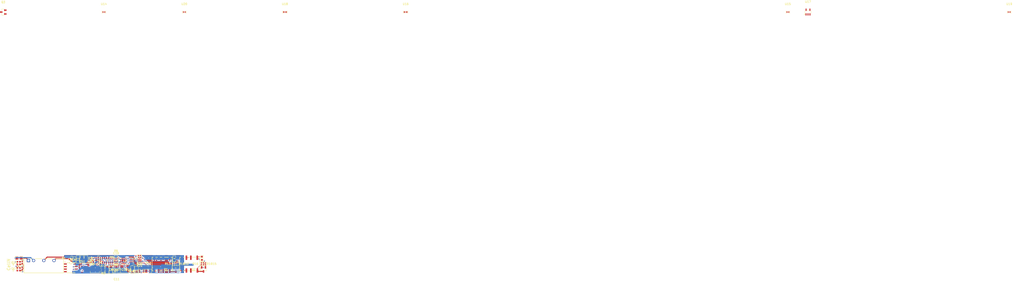
<source format=kicad_pcb>
(kicad_pcb (version 20240108) (generator "pcbnew") (generator_version "8.0")
  (layers (0 "F.Cu" signal) (1 "In1.Cu" signal) (2 "In2.Cu" signal) (31 "B.Cu" signal) (34 "B.Paste" user) (35 "F.Paste" user) (36 "B.SilkS" user "B.Silkscreen") (37 "F.SilkS" user "F.Silkscreen") (38 "B.Mask" user) (39 "F.Mask" user) (44 "Edge.Cuts" user))
  (net 0 "")
  (net 1 "hv-8")
  (net 2 "DNC")
  (net 3 "hv-4")
  (net 4 "gnd-6")
  (net 5 "ldo-EN")
  (net 6 "ldo-out")
  (net 7 "ldo-VOUT")
  (net 8 "buck-out")
  (net 9 "buck-EN")
  (net 10 "VBST")
  (net 11 "SW")
  (net 12 "buck-VOUT")
  (net 13 "dmm_relay.fet.footprint.pins[0].net-net")
  (net 14 "dmm_relay.fet.footprint.pins[2].net-net")
  (net 15 "output_relay-gate")
  (net 16 "output_relay-gnd")
  (net 17 "line-3")
  (net 18 "line-1")
  (net 19 "hv-3")
  (net 20 "gnd-2")
  (net 21 "load_switch-gate")
  (net 22 "drain")
  (net 23 "cathode")
  (net 24 "cathode-1")
  (net 25 "cathode-2")
  (net 27 "dmm_relay-gnd")
  (net 28 "io-3")
  (net 29 "ALERT_slash_RDY")
  (net 30 "hv")
  (net 31 "io-2")
  (net 32 "io-1")
  (net 33 "gnd-1")
  (net 34 "io")
  (net 36 "gnd-4")
  (net 37 "gpio-net-2")
  (net 38 "gpio-net")
  (net 39 "INT")
  (net 40 "gpio-net-3")
  (net 42 "hv-6")
  (net 43 "hv-7")
  (net 45 "p")
  (net 47 "line")
  (net 48 "line-2")
  (net 49 "dmm_relay_enable")
  (net 50 "enable-1")
  (net 53 "input")
  (net 54 "enable")
  (net 55 "output")
  (net 56 "gpio-net-1")
  (net 57 "hv-2")
  (net 58 "internal_ldo-out")
  (net 59 "output_relay.fet.footprint.pins[1].net-net")
  (net 61 "hv-10")
  (net 35 "gnd")
  (net 44 "hv-9")
  (net 52 "load_switch.fet.footprint.pins[0].net-net")
  (net 62 "hv-5")
  (net 63 "load_switch.fet.footprint.pins[2].net-net")
  (net 64 "gnd-3")
  (net 65 "hv-1")
  (net 66 "load_switch.fet.footprint.pins[1].net-net")
  (net 67 "gnd-5")
  (footprint "atopile:C0805-3b2e55" (layer "F.Cu") (at 99.495757 123.043326 -90)
    (property "Reference" "C8")
    (property "Value" "10µF ±10% 25V X5R")
  )
  (footprint "lib:IND-SMD_L4.0-W4.0" (layer "F.Cu") (at 110.589385 122.593326 0)
    (property "Reference" "L2")
    (property "Value" "")
  )
  (footprint "atopile:R0402-56259e" (layer "F.Cu") (at 134.7725 120.153092 -90)
    (property "Reference" "R11")
    (property "Value" "1kΩ ±1% 62.5mW")
  )
  (footprint "atopile:R0402-56259e" (layer "F.Cu") (at 97.381825 119.243719 90)
    (property "Reference" "R5")
    (property "Value" "10kΩ ±1% 62.5mW")
  )
  (footprint "atopile:C0402-b3ef17" (layer "F.Cu") (at 92.666297 118.980787 90)
    (property "Reference" "C5")
    (property "Value" "100nF ±10% 16V X7R")
  )
  (footprint "atopile:R0805-c79e8b" (layer "F.Cu") (at 122.0725 123.793326 0)
    (property "Reference" "R10")
    (property "Value" "100mΩ ±1% 125mW")
  )
  (footprint "atopile:R0402-56259e" (layer "F.Cu") (at 84.075623 117.326324 90)
    (property "Reference" "R1")
    (property "Value" "1kΩ ±1% 62.5mW")
  )
  (footprint "atopile:R0402-56259e" (layer "F.Cu") (at 106.045561 119.845092 180)
    (property "Reference" "R7")
    (property "Value" "60.4kΩ ±1% 62.5mW")
  )
  (footprint "lib:SOT-563_L1.6-W1.2-P0.50-LS1.6-TL" (layer "F.Cu") (at 122.058832 122.000136 0)
    (property "Reference" "U7" (hide yes))
    (property "Value" "" (hide yes))
  )
  (footprint "atopile:C0805-3b2e55" (layer "F.Cu") (at 101.525543 123.043326 -90)
    (property "Reference" "C6")
    (property "Value" "10µF ±10% 25V X5R")
  )
  (footprint "lib:MSOP-10_L3.0-W3.0-P0.50-LS5.0-BL" (layer "F.Cu") (at 115.6025 118.829092 -90)
    (property "Reference" "U2" (hide yes))
    (property "Value" "" (hide yes))
  )
  (footprint "atopile:C0805-3b2e55" (layer "F.Cu") (at 114.202174 123.043326 90)
    (property "Reference" "C12")
    (property "Value" "10µF ±10% 25V X5R")
  )
  (footprint "lib:SOT-23-6_L2.9-W1.6-P0.95-LS2.8-BL" (layer "F.Cu") (at 103.410508 118.383684 180)
    (property "Reference" "U5" (hide yes))
    (property "Value" "" (hide yes))
  )
  (footprint "atopile:C0402-b3ef17" (layer "F.Cu") (at 59.436 122.53977 90)
    (property "Reference" "C14")
    (property "Value" "100nF ±10% 16V X7R")
  )
  (footprint "atopile:R0402-56259e" (layer "F.Cu") (at 149.5045 120.153092 90)
    (property "Reference" "R16")
    (property "Value" "1kΩ ±1% 62.5mW")
  )
  (footprint "atopile:C0805-3b2e55" (layer "F.Cu") (at 89.152422 117.943052 90)
    (property "Reference" "C4")
    (property "Value" "10µF ±10% 25V X5R")
  )
  (footprint "lib:LED-SMD_4P-L2.0-W2.0-BR" (layer "F.Cu") (at 57.658 122.82177 0)
    (property "Reference" "U13" (hide yes))
    (property "Value" "" (hide yes))
  )
  (footprint "atopile:R0402-56259e" (layer "F.Cu") (at 103.806007 120.867152 0)
    (property "Reference" "R9")
    (property "Value" "10kΩ ±1% 62.5mW")
  )
  (footprint "lib:QFN-16_L3.0-W3.0-P0.50-BL-EP1.7" (layer "F.Cu") (at 109.7725 118.62227 -90)
    (property "Reference" "U10" (hide yes))
    (property "Value" "" (hide yes))
  )
  (footprint "atopile:R0402-56259e" (layer "F.Cu") (at 106.044622 117.642321 0)
    (property "Reference" "R6")
    (property "Value" "43kΩ ±1% 62.5mW")
  )
  (footprint "atopile:R0402-56259e" (layer "F.Cu") (at 106.043596 116.630268 180)
    (property "Reference" "R8")
    (property "Value" "10kΩ ±1% 62.5mW")
  )
  (footprint "atopile:R0402-56259e" (layer "F.Cu") (at 98.3305 118.321092 90)
    (property "Reference" "R4")
    (property "Value" "10kΩ ±1% 62.5mW")
  )
  (footprint "atopile:R0402-56259e" (layer "F.Cu") (at 150.5205 120.153092 -90)
    (property "Reference" "R15")
    (property "Value" "10kΩ ±1% 62.5mW")
  )
  (footprint "atopile:R0402-56259e" (layer "F.Cu") (at 117.703808 123.773484 90)
    (property "Reference" "R18")
    (property "Value" "10kΩ ±1% 62.5mW")
  )
  (footprint "lib:LED0603-RD" (layer "F.Cu") (at 148.7425 117.359092 90)
    (property "Reference" "LED3" (hide yes))
    (property "Value" "" (hide yes))
  )
  (footprint "atopile:SOT-23-3_L2.9-W1.3-P1.90-LS2.4-BR-688f29" (layer "F.Cu") (at 149.539419 122.905092 90)
    (property "Reference" "Q2")
    (property "Value" "")
  )
  (footprint "lib:LED0603-RD" (layer "F.Cu") (at 85.3765 118.105092 -90)
    (property "Reference" "LED1" (hide yes))
    (property "Value" "" (hide yes))
  )
  (footprint "lib:SOT-23-6_L2.9-W1.6-P0.95-LS2.8-BL" (layer "F.Cu") (at 100.329834 118.383684 0)
    (property "Reference" "U3" (hide yes))
    (property "Value" "" (hide yes))
  )
  (footprint "atopile:R0402-56259e" (layer "F.Cu") (at 136.8045 120.153092 -90)
    (property "Reference" "R12")
    (property "Value" "10kΩ ±1% 62.5mW")
  )
  (footprint "atopile:R0402-56259e" (layer "F.Cu") (at 119.80047 123.771681 90)
    (property "Reference" "R17")
    (property "Value" "1kΩ ±1% 62.5mW")
  )
  (footprint "atopile:R0402-56259e" (layer "F.Cu") (at 117.734421 116.011909 180)
    (property "Reference" "R20")
    (property "Value" "10kΩ ±1% 62.5mW")
  )
  (footprint "atopile:R0402-56259e" (layer "F.Cu") (at 135.7885 120.153092 90)
    (property "Reference" "R13")
    (property "Value" "1kΩ ±1% 62.5mW")
  )
  (footprint "lib:IND-SMD_L4.4-W4.2" (layer "F.Cu") (at 95.520099 122.513326 180)
    (property "Reference" "L1" (hide yes))
    (property "Value" "" (hide yes))
  )
  (footprint "atopile:R0402-56259e" (layer "F.Cu") (at 98.3305 120.353092 90)
    (property "Reference" "R3")
    (property "Value" "36.5kΩ ±0% 62.5mW")
  )
  (footprint "lib:PWRM-TH_BXXXXS-2WR2" (layer "F.Cu") (at 68.8665 118.493326 0)
    (property "Reference" "U1" (hide yes))
    (property "Value" "" (hide yes))
  )
  (footprint "atopile:C0402-b3ef17" (layer "F.Cu") (at 106.060844 118.838898 0)
    (property "Reference" "C10")
    (property "Value" "1µF ±10% 25V X5R")
  )
  (footprint "atopile:SOT-23-3_L2.9-W1.3-P1.90-LS2.4-BR-688f29" (layer "F.Cu") (at 135.7885 122.943326 90)
    (property "Reference" "Q1")
    (property "Value" "")
  )
  (footprint "atopile:R0402-56259e" (layer "F.Cu") (at 117.745458 116.999805 180)
    (property "Reference" "R21")
    (property "Value" "10kΩ ±1% 62.5mW")
  )
  (footprint "atopile:C0805-3b2e55" (layer "F.Cu") (at 106.288928 123.763326 180)
    (property "Reference" "C11")
    (property "Value" "10µF ±10% 25V X5R")
  )
  (footprint "lib:SOIC-8_L4.9-W3.9-P1.27-LS6.0-TL" (layer "F.Cu") (at 83.5985 122.131092 0)
    (property "Reference" "U11" (hide yes))
    (property "Value" "" (hide yes))
  )
  (footprint "atopile:C0402-b3ef17" (layer "F.Cu") (at 97.379689 117.351033 90)
    (property "Reference" "C9")
    (property "Value" "100nF ±10% 16V X7R")
  )
  (footprint "atopile:R0402-56259e" (layer "F.Cu") (at 99.807028 120.819835 180)
    (property "Reference" "R2")
    (property "Value" "24kΩ ±0% 62.5mW")
  )
  (footprint "atopile:R0805-c79e8b" (layer "F.Cu") (at 116.194319 123.041893 90)
    (property "Reference" "R19")
    (property "Value" "0Ω 125mW")
  )
  (footprint "lib:LED-SMD_4P-L2.0-W2.0-BR" (layer "F.Cu") (at 57.658 119.77377 0)
    (property "Reference" "U12" (hide yes))
    (property "Value" "" (hide yes))
  )
  (footprint "lib:LED0603-RD" (layer "F.Cu") (at 135.0265 117.613092 90)
    (property "Reference" "LED2" (hide yes))
    (property "Value" "" (hide yes))
  )
  (footprint "atopile:C0402-b3ef17" (layer "F.Cu") (at 59.436 119.49177 90)
    (property "Reference" "C13")
    (property "Value" "100nF ±10% 16V X7R")
  )
  (footprint "atopile:C0805-3b2e55" (layer "F.Cu") (at 57.8325 117.320092 180)
    (property "Reference" "C1")
    (property "Value" "2.2µF ±10% 25V X7R")
  )
  (footprint "lib:RELAY-SMD_HFD4-5-SR" (layer "F.Cu") (at 142.6765 120.275092 180)
    (property "Reference" "U9" (hide yes))
    (property "Value" "" (hide yes))
  )
  (footprint "lib:WSON-6_L2.0-W2.0-P0.65-TL-EP" (layer "F.Cu") (at 106.2185 121.623092 180)
    (property "Reference" "U6" (hide yes))
    (property "Value" "" (hide yes))
  )
  (footprint "atopile:C0805-3b2e55" (layer "F.Cu") (at 103.546083 123.043326 -90)
    (property "Reference" "C7")
    (property "Value" "10µF ±10% 25V X5R")
  )
  (footprint "atopile:R0402-56259e" (layer "F.Cu") (at 148.4885 120.153092 -90)
    (property "Reference" "R14")
    (property "Value" "1kΩ ±1% 62.5mW")
  )
  (footprint "atopile:C0805-3b2e55" (layer "F.Cu") (at 91.160144 117.941469 90)
    (property "Reference" "C3")
    (property "Value" "10µF ±10% 25V X5R")
  )
  (footprint "lib:RELAY-SMD_HFD4-5-SR" (layer "F.Cu") (at 128.9305 120.275092 180)
    (property "Reference" "U8" (hide yes))
    (property "Value" "" (hide yes))
  )
  (footprint "atopile:C0805-3b2e55" (layer "F.Cu") (at 87.132314 117.941541 90)
    (property "Reference" "C2")
    (property "Value" "10µF ±10% 25V X5R")
  )
  (footprint "lib:SOT-23-6_L2.9-W1.6-P0.95-LS2.8-BL" (layer "F.Cu") (at 95.0285 118.575092 -90)
    (property "Reference" "U4" (hide yes))
    (property "Value" "" (hide yes))
  )
  (footprint "atopile:R0402-56259e" (layer "F.Cu") (at 100 -5 0)
    (property "Reference" "U14")
    (property "Value" "1kΩ ±1% 62.5mW")
  )
  (footprint "atopile:C0402-b3ef17" (layer "F.Cu") (at 190 -5 0)
    (property "Reference" "U18")
    (property "Value" "1µF ±10% 25V X5R")
  )
  (footprint "atopile:C0402-b3ef17" (layer "F.Cu") (at 250 -5 0)
    (property "Reference" "U16")
    (property "Value" "1µF ±10% 25V X5R")
  )
  (footprint "atopile:R0402-56259e" (layer "F.Cu") (at 440 -5 0)
    (property "Reference" "U15")
    (property "Value" "infΩ infW")
  )
  (footprint "lib:SOT-23-5_L3.0-W1.7-P0.95-LS2.8-BL" (layer "F.Cu") (at 450 -5 0)
    (property "Reference" "U17")
    (property "Value" "")
  )
  (footprint "atopile:SOT-23-3_L2.9-W1.3-P1.90-LS2.4-BR-688f29" (layer "F.Cu") (at 50 -5 0)
    (property "Reference" "Q3")
    (property "Value" "")
  )
  (footprint "atopile:R0402-56259e" (layer "F.Cu") (at 140 -5 0)
    (property "Reference" "U20")
    (property "Value" "10kΩ ±1% 62.5mW")
  )
  (footprint "atopile:R0402-56259e" (layer "F.Cu") (at 550 -5 0)
    (property "Reference" "U19")
    (property "Value" "10kΩ ±1% 62.5mW")
  )
  (via (at 128.2 121.6) (size 0.6) (drill 0.3) (net 3) (layers "F.Cu" "B.Cu"))
  (via (at 55.9125 117.305092) (size 0.6) (drill 0.3) (net 4) (layers "F.Cu" "B.Cu"))
  (via (at 118.6 124.502335) (size 0.6) (drill 0.3) (net 28) (layers "F.Cu" "B.Cu"))
  (via (at 110.289387 121.4) (size 0.6) (drill 0.3) (net 28) (layers "F.Cu" "B.Cu"))
  (via (at 147.4 117.8) (size 0.6) (drill 0.3) (net 30) (layers "F.Cu" "B.Cu"))
  (via (at 59.6 124) (size 0.6) (drill 0.3) (net 30) (layers "F.Cu" "B.Cu"))
  (via (at 56.4 121.4) (size 0.6) (drill 0.3) (net 33) (layers "F.Cu" "B.Cu"))
  (via (at 59.8 118.2) (size 0.6) (drill 0.3) (net 33) (layers "F.Cu" "B.Cu"))
  (via (at 56.2 119.2) (size 0.6) (drill 0.3) (net 33) (layers "F.Cu" "B.Cu"))
  (via (at 59.4 121.4) (size 0.6) (drill 0.3) (net 33) (layers "F.Cu" "B.Cu"))
  (via (at 149.4 122) (size 0.6) (drill 0.3) (net 33) (layers "F.Cu" "B.Cu"))
  (via (at 150 118.8) (size 0.6) (drill 0.3) (net 33) (layers "F.Cu" "B.Cu"))
  (via (at 98.8385 123.147092) (size 0.6) (drill 0.3) (net 0) (layers "F.Cu" "B.Cu"))
  (via (at 82.8365 116.816324) (size 0.6) (drill 0.3) (net 0) (layers "F.Cu" "B.Cu"))
  (via (at 114.929353 119.502239) (size 0.6) (drill 0.3) (net 0) (layers "F.Cu" "B.Cu"))
  (via (at 126.104 117.656) (size 0.6) (drill 0.3) (net 0) (layers "F.Cu" "B.Cu"))
  (via (at 122.2 117.2) (size 0.6) (drill 0.3) (net 0) (layers "F.Cu" "B.Cu"))
  (via (at 104.3595 118.575092) (size 0.6) (drill 0.3) (net 0) (layers "F.Cu" "B.Cu"))
  (via (at 117 123) (size 0.6) (drill 0.3) (net 0) (layers "F.Cu" "B.Cu"))
  (via (at 85.1225 123.909092) (size 0.6) (drill 0.3) (net 0) (layers "F.Cu" "B.Cu"))
  (via (at 90.2025 116.991541) (size 0.6) (drill 0.3) (net 0) (layers "F.Cu" "B.Cu"))
  (via (at 98.4 116.6) (size 0.6) (drill 0.3) (net 0) (layers "F.Cu" "B.Cu"))
  (via (at 92.4885 117.051092) (size 0.6) (drill 0.3) (net 0) (layers "F.Cu" "B.Cu"))
  (via (at 102.6485 123.147092) (size 0.6) (drill 0.3) (net 0) (layers "F.Cu" "B.Cu"))
  (via (at 100.6165 123.147092) (size 0.6) (drill 0.3) (net 0) (layers "F.Cu" "B.Cu"))
  (via (at 109.7725 118.896092) (size 0.6) (drill 0.3) (net 0) (layers "F.Cu" "B.Cu"))
  (via (at 114.0785 120.861092) (size 0.6) (drill 0.3) (net 0) (layers "F.Cu" "B.Cu"))
  (via (at 94.0125 116.543092) (size 0.6) (drill 0.3) (net 0) (layers "F.Cu" "B.Cu"))
  (via (at 138.8365 118.821092) (size 0.6) (drill 0.3) (net 0) (layers "F.Cu" "B.Cu"))
  (via (at 107 118.56227) (size 0.6) (drill 0.3) (net 0) (layers "F.Cu" "B.Cu"))
  (via (at 88.1705 116.991541) (size 0.6) (drill 0.3) (net 0) (layers "F.Cu" "B.Cu"))
  (via (at 118.6 121.4) (size 0.6) (drill 0.3) (net 0) (layers "F.Cu" "B.Cu"))
  (via (at 95.7905 122.131092) (size 0.6) (drill 0.3) (net 0) (layers "F.Cu" "B.Cu"))
  (via (at 106.2045 123.655092) (size 0.6) (drill 0.3) (net 0) (layers "F.Cu" "B.Cu"))
  (via (at 81.3125 116.809092) (size 0.6) (drill 0.3) (net 0) (layers "F.Cu" "B.Cu"))
  (via (at 124.24507 121.953526) (size 0.6) (drill 0.3) (net 0) (layers "F.Cu" "B.Cu"))
  (via (at 136.2965 118.121092) (size 0.6) (drill 0.3) (net 0) (layers "F.Cu" "B.Cu"))
  (via (at 89.9485 121.369092) (size 0.6) (drill 0.3) (net 0) (layers "F.Cu" "B.Cu"))
  (via (at 95.7905 124.163092) (size 0.6) (drill 0.3) (net 0) (layers "F.Cu" "B.Cu"))
  (via (at 82.0745 116.809092) (size 0.6) (drill 0.3) (net 0) (layers "F.Cu" "B.Cu"))
  (via (at 135.5345 122.185092) (size 0.6) (drill 0.3) (net 0) (layers "F.Cu" "B.Cu"))
  (via (at 112.203198 119.990539) (size 0.6) (drill 0.3) (net 43) (layers "F.Cu" "B.Cu"))
  (via (at 101.8865 121.115092) (size 0.6) (drill 0.3) (net 43) (layers "F.Cu" "B.Cu"))
  (via (at 85.1225 120.353092) (size 0.6) (drill 0.3) (net 0) (layers "F.Cu" "B.Cu"))
  (via (at 92.7425 120.861092) (size 0.6) (drill 0.3) (net 0) (layers "F.Cu" "B.Cu"))
  (via (at 101.1245 120.607092) (size 0.6) (drill 0.3) (net 0) (layers "F.Cu" "B.Cu"))
  (via (at 107.294621 117.21227) (size 0.6) (drill 0.3) (net 0) (layers "F.Cu" "B.Cu"))
  (via (at 119.4 117.4) (size 0.6) (drill 0.3) (net 0) (layers "F.Cu" "B.Cu"))
  (via (at 115.8 116.6) (size 0.6) (drill 0.3) (net 0) (layers "F.Cu" "B.Cu"))
  (via (at 102.463945 118.455092) (size 0.6) (drill 0.3) (net 0) (layers "F.Cu" "B.Cu"))
  (via (at 89.1865 123.655092) (size 0.6) (drill 0.3) (net 0) (layers "F.Cu" "B.Cu"))
  (via (at 101.123708 118.559286) (size 0.6) (drill 0.3) (net 0) (layers "F.Cu" "B.Cu"))
  (via (at 121.8725 123.8) (size 0.8) (drill 0.4) (net 45) (layers "F.Cu" "B.Cu"))
  (via (at 115.196006 123.777335) (size 0.6) (drill 0.3) (net 45) (layers "F.Cu" "B.Cu"))
  (via (at 93.8 120.2) (size 0.6) (drill 0.3) (net 0) (layers "F.Cu" "B.Cu"))
  (via (at 132.8 118.6) (size 0.6) (drill 0.3) (net 0) (layers "F.Cu" "B.Cu"))
  (via (at 119.2 118.8) (size 0.6) (drill 0.3) (net 0) (layers "F.Cu" "B.Cu"))
  (via (at 99.4 118.2) (size 0.6) (drill 0.3) (net 0) (layers "F.Cu" "B.Cu"))
  (via (at 100.565287 117.987567) (size 0.6) (drill 0.3) (net 47) (layers "F.Cu" "B.Cu"))
  (via (at 112.215673 117.625715) (size 0.6) (drill 0.3) (net 47) (layers "F.Cu" "B.Cu"))
  (via (at 116.371085 117.514504) (size 0.6) (drill 0.3) (net 47) (layers "F.Cu" "B.Cu"))
  (via (at 84.8685 122.893092) (size 0.6) (drill 0.3) (net 47) (layers "F.Cu" "B.Cu"))
  (via (at 103.241211 118.268686) (size 0.6) (drill 0.3) (net 47) (layers "F.Cu" "B.Cu"))
  (via (at 101.695506 117.305092) (size 0.6) (drill 0.3) (net 48) (layers "F.Cu" "B.Cu"))
  (via (at 84.8685 121.623092) (size 0.6) (drill 0.3) (net 48) (layers "F.Cu" "B.Cu"))
  (via (at 111.2845 117.21227) (size 0.6) (drill 0.3) (net 48) (layers "F.Cu" "B.Cu"))
  (via (at 116.3645 118.321092) (size 0.6) (drill 0.3) (net 48) (layers "F.Cu" "B.Cu"))
  (via (at 107.773578 119.643092) (size 0.6) (drill 0.3) (net 50) (layers "F.Cu" "B.Cu"))
  (via (at 96.8065 120.353092) (size 0.6) (drill 0.3) (net 50) (layers "F.Cu" "B.Cu"))
  (via (at 137 118.8) (size 0.6) (drill 0.3) (net 53) (layers "F.Cu" "B.Cu"))
  (via (at 111.2 120) (size 0.6) (drill 0.3) (net 53) (layers "F.Cu" "B.Cu"))
  (via (at 108.516087 120.073505) (size 0.6) (drill 0.3) (net 54) (layers "F.Cu" "B.Cu"))
  (via (at 102.469907 120.567699) (size 0.6) (drill 0.3) (net 54) (layers "F.Cu" "B.Cu"))
  (via (at 126.1365 123.709092) (size 0.6) (drill 0.3) (net 57) (layers "F.Cu" "B.Cu"))
  (via (at 137.8205 123.709092) (size 0.6) (drill 0.3) (net 57) (layers "F.Cu" "B.Cu"))
  (zone (net 0) (net_name "") (layers "F.Cu" "In2.Cu" "B.Cu") (priority 3) (connect_pads (clearance 0.5)) (min_thickness 0.25) (fill yes (thermal_gap 0.5) (thermal_bridge_width 0.5))
    (polygon (pts (xy 80.264 115.824) (xy 80.264 117.348) (xy 84.328 117.348) (xy 84.328 124.968) (xy 139.85 124.714) (xy 139.85 115.824)))
  )
  (segment (start 62.5165 118.493326) (end 62.5165 118.321092) (width 0.5) (layer "F.Cu") (net 1))
  (segment (start 61.4855 117.320092) (end 58.7825 117.320092) (width 0.5) (layer "F.Cu") (net 1))
  (segment (start 61.5005 117.305092) (end 61.4855 117.320092) (width 0.5) (layer "F.Cu") (net 1))
  (segment (start 62.5165 118.321092) (end 61.5005 117.305092) (width 0.5) (layer "F.Cu") (net 1))
  (segment (start 127.2905 123.455092) (end 127.2905 122.5095) (width 1) (layer "F.Cu") (net 3))
  (segment (start 127.2905 122.5095) (end 128.2 121.6) (width 1) (layer "F.Cu") (net 3))
  (segment (start 136.225305 120.6) (end 144.2 120.6) (width 1) (layer "B.Cu") (net 3))
  (segment (start 128.2 121.6) (end 128.875 120.925) (width 1) (layer "B.Cu") (net 3))
  (segment (start 128.875 120.925) (end 135.900305 120.925) (width 1) (layer "B.Cu") (net 3))
  (segment (start 135.900305 120.925) (end 136.225305 120.6) (width 1) (layer "B.Cu") (net 3))
  (segment (start 56.8675 117.305092) (end 56.8825 117.320092) (width 0.5) (layer "F.Cu") (net 4))
  (segment (start 55.9125 117.305092) (end 56.8675 117.305092) (width 0.5) (layer "F.Cu") (net 4))
  (segment (start 56.1665 117.051092) (end 63.614266 117.051092) (width 0.5) (layer "B.Cu") (net 4))
  (segment (start 56.1665 117.051092) (end 55.9125 117.305092) (width 0.5) (layer "B.Cu") (net 4))
  (segment (start 65.0565 118.493326) (end 63.614266 117.051092) (width 0.5) (layer "B.Cu") (net 4))
  (segment (start 104.421947 120.973092) (end 104.316007 120.867152) (width 0.15) (layer "F.Cu") (net 5))
  (segment (start 105.1885 120.973092) (end 104.421947 120.973092) (width 0.15) (layer "F.Cu") (net 5))
  (segment (start 107.8285 120.784625) (end 107.8285 121.168092) (width 0.15) (layer "F.Cu") (net 6))
  (segment (start 107.8285 121.168092) (end 107.3735 121.623092) (width 0.15) (layer "F.Cu") (net 6))
  (segment (start 107.3735 121.623092) (end 107.2485 121.623092) (width 0.15) (layer "F.Cu") (net 6))
  (segment (start 105.272271 118.237321) (end 104.9345 118.575092) (width 0.15) (layer "F.Cu") (net 6))
  (segment (start 107.561967 120.518092) (end 107.8285 120.784625) (width 0.15) (layer "F.Cu") (net 6))
  (segment (start 107.4155 121.623092) (end 107.2485 121.623092) (width 0.15) (layer "F.Cu") (net 6))
  (segment (start 106.554622 117.642321) (end 105.959622 118.237321) (width 0.15) (layer "F.Cu") (net 6))
  (segment (start 104.9345 119.244031) (end 105.535561 119.845092) (width 0.15) (layer "F.Cu") (net 6))
  (segment (start 105.959622 118.237321) (end 105.272271 118.237321) (width 0.15) (layer "F.Cu") (net 6))
  (segment (start 106.554535 116.836818) (end 106.554535 117.847845) (width 0.15) (layer "F.Cu") (net 6))
  (segment (start 104.9345 118.575092) (end 104.9345 119.244031) (width 0.15) (layer "F.Cu") (net 6))
  (segment (start 106.208561 120.518092) (end 105.535561 119.845092) (width 0.15) (layer "F.Cu") (net 6))
  (segment (start 107.561967 120.518092) (end 106.208561 120.518092) (width 0.15) (layer "F.Cu") (net 6))
  (segment (start 104.975695 117.848871) (end 104.360508 117.233684) (width 0.15) (layer "F.Cu") (net 7))
  (segment (start 105.535561 117.848871) (end 104.975695 117.848871) (width 0.15) (layer "F.Cu") (net 7))
  (segment (start 97.2455 120.928092) (end 98.3305 119.843092) (width 0.15) (layer "F.Cu") (net 8))
  (segment (start 96.1785 120.538265) (end 96.568327 120.928092) (width 0.15) (layer "F.Cu") (net 8))
  (segment (start 98.3305 118.831092) (end 98.3305 119.843092) (width 0.15) (layer "F.Cu") (net 8))
  (segment (start 98.3305 119.853307) (end 99.297028 120.819835) (width 0.15) (layer "F.Cu") (net 8))
  (segment (start 98.3305 119.843092) (end 98.3305 119.853307) (width 0.15) (layer "F.Cu") (net 8))
  (segment (start 96.568327 120.928092) (end 97.2455 120.928092) (width 0.15) (layer "F.Cu") (net 8))
  (segment (start 96.1785 119.525092) (end 96.1785 120.538265) (width 0.15) (layer "F.Cu") (net 8))
  (segment (start 96.337127 118.733719) (end 96.1785 118.575092) (width 0.15) (layer "F.Cu") (net 9))
  (segment (start 97.381825 118.733719) (end 96.337127 118.733719) (width 0.15) (layer "F.Cu") (net 9))
  (segment (start 96.384441 117.831033) (end 96.1785 117.625092) (width 0.15) (layer "F.Cu") (net 10))
  (segment (start 97.379689 117.831033) (end 96.384441 117.831033) (width 0.15) (layer "F.Cu") (net 10))
  (segment (start 95.462559 116.871033) (end 97.379689 116.871033) (width 0.25) (layer "F.Cu") (net 11))
  (segment (start 94.8635 118.810092) (end 94.8635 117.470092) (width 0.25) (layer "F.Cu") (net 11))
  (segment (start 94.8635 117.470092) (end 95.462559 116.871033) (width 0.25) (layer "F.Cu") (net 11))
  (segment (start 93.490099 122.513326) (end 94.8635 121.139925) (width 0.5) (layer "F.Cu") (net 11))
  (segment (start 94.8635 118.810092) (end 94.6285 118.575092) (width 0.5) (layer "F.Cu") (net 11))
  (segment (start 94.8635 121.139925) (end 94.8635 118.810092) (width 0.5) (layer "F.Cu") (net 11))
  (segment (start 94.6285 118.575092) (end 93.8785 118.575092) (width 0.5) (layer "F.Cu") (net 11))
  (segment (start 99.379834 119.882641) (end 99.379834 119.533684) (width 0.15) (layer "F.Cu") (net 12))
  (segment (start 100.317028 120.819835) (end 99.379834 119.882641) (width 0.15) (layer "F.Cu") (net 12))
  (segment (start 150.5205 121.874011) (end 150.489419 121.905092) (width 0.15) (layer "F.Cu") (net 13))
  (segment (start 150.5205 120.663092) (end 150.5205 121.874011) (width 0.15) (layer "F.Cu") (net 13))
  (segment (start 146.5165 122.230092) (end 148.0835 120.663092) (width 0.15) (layer "F.Cu") (net 14))
  (segment (start 148.0835 120.663092) (end 148.4885 120.663092) (width 0.15) (layer "F.Cu") (net 14))
  (segment (start 149.539419 123.905092) (end 146.9665 123.905092) (width 0.5) (layer "F.Cu") (net 14))
  (segment (start 146.5165 123.455092) (end 146.5165 122.230092) (width 0.15) (layer "F.Cu") (net 14))
  (segment (start 146.9665 123.905092) (end 146.5165 123.455092) (width 0.5) (layer "F.Cu") (net 14))
  (segment (start 136.8045 120.409092) (end 136.8045 121.877326) (width 0.15) (layer "F.Cu") (net 15))
  (segment (start 136.8045 121.877326) (end 136.7385 121.943326) (width 0.15) (layer "F.Cu") (net 15))
  (segment (start 135.7885 123.943326) (end 133.258734 123.943326) (width 0.5) (layer "F.Cu") (net 16))
  (segment (start 132.7705 122.345093) (end 132.7705 123.455092) (width 0.15) (layer "F.Cu") (net 16))
  (segment (start 134.452501 120.663092) (end 132.7705 122.345093) (width 0.15) (layer "F.Cu") (net 16))
  (segment (start 133.258734 123.943326) (end 132.7705 123.455092) (width 0.5) (layer "F.Cu") (net 16))
  (segment (start 134.7725 120.663092) (end 134.452501 120.663092) (width 0.15) (layer "F.Cu") (net 16))
  (segment (start 119.80047 123.261681) (end 119.80047 121.068637) (width 0.25) (layer "F.Cu") (net 21))
  (segment (start 119.80047 121.068637) (end 119.741181 121.009348) (width 0.25) (layer "F.Cu") (net 21))
  (segment (start 116.264926 122.2) (end 116.194319 122.129393) (width 0.25) (layer "F.Cu") (net 22))
  (segment (start 117.981833 122.2) (end 116.264926 122.2) (width 0.25) (layer "F.Cu") (net 22))
  (segment (start 118.791181 123.009348) (end 117.981833 122.2) (width 0.25) (layer "F.Cu") (net 22))
  (segment (start 134.7725 118.667092) (end 135.0265 118.413092) (width 0.15) (layer "F.Cu") (net 23))
  (segment (start 134.7725 119.643092) (end 134.7725 118.667092) (width 0.15) (layer "F.Cu") (net 23))
  (segment (start 148.7425 118.159092) (end 148.7425 119.389092) (width 0.15) (layer "F.Cu") (net 24))
  (segment (start 148.7425 119.389092) (end 148.4885 119.643092) (width 0.15) (layer "F.Cu") (net 24))
  (segment (start 84.075623 117.836324) (end 84.845268 117.836324) (width 0.15) (layer "F.Cu") (net 25))
  (segment (start 84.845268 117.836324) (end 85.3765 117.305092) (width 0.15) (layer "F.Cu") (net 25))
  (segment (start 139.886794 123.323554) (end 140.904962 123.323554) (width 0.15) (layer "F.Cu") (net 0))
  (segment (start 140.904962 123.323554) (end 141.0365 123.455092) (width 0.15) (layer "F.Cu") (net 0))
  (segment (start 141.04056 117.109152) (end 141.0365 117.105092) (width 0.15) (layer "F.Cu") (net 27))
  (segment (start 142.153725 117.109152) (end 141.04056 117.109152) (width 0.15) (layer "F.Cu") (net 27))
  (segment (start 118.820654 124.281681) (end 118.6 124.502335) (width 0.15) (layer "F.Cu") (net 28))
  (segment (start 117.703808 124.283484) (end 118.381149 124.283484) (width 0.25) (layer "F.Cu") (net 28))
  (segment (start 110.0225 120.4225) (end 110.0225 120.03227) (width 0.15) (layer "F.Cu") (net 28))
  (segment (start 119.80047 124.281681) (end 118.820654 124.281681) (width 0.15) (layer "F.Cu") (net 28))
  (segment (start 110.289387 120.689387) (end 110.0225 120.4225) (width 0.15) (layer "F.Cu") (net 28))
  (segment (start 110.289387 121.4) (end 110.289387 120.689387) (width 0.15) (layer "F.Cu") (net 28))
  (segment (start 118.381149 124.283484) (end 118.6 124.502335) (width 0.25) (layer "F.Cu") (net 28))
  (segment (start 113.056468 124.502335) (end 118.6 124.502335) (width 0.25) (layer "B.Cu") (net 28))
  (segment (start 110.289387 121.4) (end 110.289387 121.735254) (width 0.25) (layer "B.Cu") (net 28))
  (segment (start 110.289387 121.735254) (end 113.056468 124.502335) (width 0.25) (layer "B.Cu") (net 28))
  (segment (start 60.021 120.55677) (end 59.436 119.97177) (width 0.25) (layer "F.Cu") (net 30))
  (segment (start 58.984 123.47177) (end 59.436 123.01977) (width 0.25) (layer "F.Cu") (net 30))
  (segment (start 59.436 123.01977) (end 60.021 122.43477) (width 0.25) (layer "F.Cu") (net 30))
  (segment (start 146.705092 117.105092) (end 147.4 117.8) (width 0.15) (layer "F.Cu") (net 30))
  (segment (start 146.9825 116.559092) (end 146.4365 117.105092) (width 0.15) (layer "F.Cu") (net 30))
  (segment (start 58.984 120.42377) (end 59.436 119.97177) (width 0.25) (layer "F.Cu") (net 30))
  (segment (start 58.308 120.42377) (end 58.984 120.42377) (width 0.25) (layer "F.Cu") (net 30))
  (segment (start 148.7425 116.559092) (end 146.9825 116.559092) (width 0.15) (layer "F.Cu") (net 30))
  (segment (start 58.308 123.47177) (end 59.07177 123.47177) (width 0.25) (layer "F.Cu") (net 30))
  (segment (start 60.021 122.43477) (end 60.021 120.55677) (width 0.25) (layer "F.Cu") (net 30))
  (segment (start 58.308 123.47177) (end 58.984 123.47177) (width 0.25) (layer "F.Cu") (net 30))
  (segment (start 59.07177 123.47177) (end 59.6 124) (width 0.25) (layer "F.Cu") (net 30))
  (segment (start 146.4365 117.105092) (end 146.705092 117.105092) (width 0.15) (layer "F.Cu") (net 30))
  (segment (start 57.008 120.87177) (end 58.308 122.17177) (width 0.25) (layer "F.Cu") (net 31))
  (segment (start 57.008 120.42377) (end 57.008 120.87177) (width 0.25) (layer "F.Cu") (net 31))
  (segment (start 57.008 119.12377) (end 56.27623 119.12377) (width 0.15) (layer "F.Cu") (net 33))
  (segment (start 57.008 122.17177) (end 57.008 122.008) (width 0.15) (layer "F.Cu") (net 33))
  (segment (start 149.305092 121.905092) (end 149.4 122) (width 0.15) (layer "F.Cu") (net 33))
  (segment (start 148.589419 121.905092) (end 149.305092 121.905092) (width 0.15) (layer "F.Cu") (net 33))
  (segment (start 149.5045 119.643092) (end 149.5045 119.2955) (width 0.15) (layer "F.Cu") (net 33))
  (segment (start 56.27623 119.12377) (end 56.2 119.2) (width 0.15) (layer "F.Cu") (net 33))
  (segment (start 59.436 119.01177) (end 59.436 118.564) (width 0.15) (layer "F.Cu") (net 33))
  (segment (start 59.436 121.436) (end 59.4 121.4) (width 0.15) (layer "F.Cu") (net 33))
  (segment (start 59.436 122.05977) (end 59.436 121.436) (width 0.15) (layer "F.Cu") (net 33))
  (segment (start 59.436 118.564) (end 59.8 118.2) (width 0.15) (layer "F.Cu") (net 33))
  (segment (start 57.008 122.008) (end 56.4 121.4) (width 0.15) (layer "F.Cu") (net 33))
  (segment (start 149.5045 119.2955) (end 150 118.8) (width 0.15) (layer "F.Cu") (net 33))
  (segment (start 90.9645 123.399092) (end 90.9645 122.453092) (width 0.15) (layer "F.Cu") (net 0))
  (segment (start 90.9645 123.399092) (end 90.9645 123.403092) (width 0.15) (layer "F.Cu") (net 0))
  (segment (start 90.9645 122.453092) (end 91.0985 122.319092) (width 0.15) (layer "F.Cu") (net 0))
  (segment (start 90.9645 123.403092) (end 91.9805 124.419092) (width 0.15) (layer "F.Cu") (net 0))
  (segment (start 105.372266 123.993326) (end 99.495757 123.993326) (width 0.5) (layer "F.Cu") (net 0))
  (segment (start 104.4265 119.591092) (end 104.4265 118.642092) (width 0.15) (layer "F.Cu") (net 0))
  (segment (start 107 118.56227) (end 106.730388 118.831882) (width 0.15) (layer "F.Cu") (net 0))
  (segment (start 114.5775 118.157193) (end 114.5775 118.500991) (width 0.15) (layer "F.Cu") (net 0))
  (segment (start 135.292734 121.943326) (end 135.5345 122.185092) (width 0.15) (layer "F.Cu") (net 0))
  (segment (start 116.436462 121.009348) (end 114.929353 119.502239) (width 0.15) (layer "F.Cu") (net 0))
  (segment (start 102.6485 123.763326) (end 102.6485 123.147092) (width 0.5) (layer "F.Cu") (net 0))
  (segment (start 104.369092 119.533684) (end 104.4265 119.591092) (width 0.15) (layer "F.Cu") (net 0))
  (segment (start 103.410508 117.233684) (end 103.410508 117.3051) (width 0.15) (layer "F.Cu") (net 0))
  (segment (start 109.7725 118.62227) (end 109.0225 117.87227) (width 0.15) (layer "F.Cu") (net 0))
  (segment (start 117.703808 123.263484) (end 117.263484 123.263484) (width 0.15) (layer "F.Cu") (net 0))
  (segment (start 103.546083 123.993326) (end 102.8785 123.993326) (width 0.15) (layer "F.Cu") (net 0))
  (segment (start 117.263484 123.263484) (end 117 123) (width 0.15) (layer "F.Cu") (net 0))
  (segment (start 91.160072 116.991541) (end 91.160144 116.991469) (width 0.15) (layer "F.Cu") (net 0))
  (segment (start 107.2485 120.973092) (end 106.8685 120.973092) (width 0.15) (layer "F.Cu") (net 0))
  (segment (start 101.462734 123.993326) (end 100.6165 123.993326) (width 0.5) (layer "F.Cu") (net 0))
  (segment (start 114.5775 118.500991) (end 114.249399 118.829092) (width 0.15) (layer "F.Cu") (net 0))
  (segment (start 109.7725 118.62227) (end 109.5225 118.87227) (width 0.15) (layer "F.Cu") (net 0))
  (segment (start 92.428877 116.991469) (end 92.4885 117.051092) (width 0.15) (layer "F.Cu") (net 0))
  (segment (start 109.7725 118.896092) (end 109.7725 118.48227) (width 0.15) (layer "F.Cu") (net 0))
  (segment (start 106.2185 123.147092) (end 106.2185 123.641092) (width 0.5) (layer "F.Cu") (net 0))
  (segment (start 103.6645 117.559092) (end 103.6645 117.878802) (width 0.15) (layer "F.Cu") (net 0))
  (segment (start 104.4265 118.642092) (end 104.3595 118.575092) (width 0.15) (layer "F.Cu") (net 0))
  (segment (start 99.725757 123.763326) (end 99.495757 123.993326) (width 0.15) (layer "F.Cu") (net 0))
  (segment (start 114.249399 117.829092) (end 114.5775 118.157193) (width 0.15) (layer "F.Cu") (net 0))
  (segment (start 89.152422 116.993052) (end 90.200989 116.993052) (width 0.15) (layer "F.Cu") (net 0))
  (segment (start 92.666297 118.500787) (end 93.541992 117.625092) (width 0.15) (layer "F.Cu") (net 0))
  (segment (start 82.0745 116.816324) (end 82.0745 116.809092) (width 0.5) (layer "F.Cu") (net 0))
  (segment (start 117.841181 121.009348) (end 118.209348 121.009348) (width 0.15) (layer "F.Cu") (net 0))
  (segment (start 95.7905 124.163092) (end 95.7905 122.131092) (width 0.25) (layer "F.Cu") (net 0))
  (segment (start 106.096266 123.763326) (end 106.2045 123.655092) (width 0.15) (layer "F.Cu") (net 0))
  (segment (start 118.209348 121.009348) (end 118.6 121.4) (width 0.15) (layer "F.Cu") (net 0))
  (segment (start 114.256206 118.829092) (end 114.929353 119.502239) (width 0.15) (layer "F.Cu") (net 0))
  (segment (start 86.595865 116.455092) (end 87.132314 116.991541) (width 0.5) (layer "F.Cu") (net 0))
  (segment (start 87.132314 116.991541) (end 88.1705 116.991541) (width 0.15) (layer "F.Cu") (net 0))
  (segment (start 109.0225 117.87227) (end 109.0225 117.21227) (width 0.15) (layer "F.Cu") (net 0))
  (segment (start 113.4925 118.829092) (end 114.256206 118.829092) (width 0.15) (layer "F.Cu") (net 0))
  (segment (start 82.0745 116.816324) (end 84.075623 116.816324) (width 0.5) (layer "F.Cu") (net 0))
  (segment (start 99.30678 123.804349) (end 98.8385 123.336069) (width 0.5) (layer "F.Cu") (net 0))
  (segment (start 105.338928 123.763326) (end 99.725757 123.763326) (width 0.15) (layer "F.Cu") (net 0))
  (segment (start 135.7885 119.643092) (end 135.7885 119.373093) (width 0.5) (layer "F.Cu") (net 0))
  (segment (start 122.294908 117.105092) (end 122.2 117.2) (width 0.25) (layer "F.Cu") (net 0))
  (segment (start 99.839834 118.773684) (end 99.231221 118.773684) (width 0.15) (layer "F.Cu") (net 0))
  (segment (start 103.6645 117.878802) (end 104.3595 118.573802) (width 0.15) (layer "F.Cu") (net 0))
  (segment (start 138.8365 117.105092) (end 138.8365 118.821092) (width 0.5) (layer "F.Cu") (net 0))
  (segment (start 104.3595 118.573802) (end 104.3595 118.575092) (width 0.15) (layer "F.Cu") (net 0))
  (segment (start 98.3305 116.6695) (end 98.4 116.6) (width 0.15) (layer "F.Cu") (net 0))
  (segment (start 70.1365 118.493326) (end 71.813502 116.816324) (width 0.5) (layer "F.Cu") (net 0))
  (segment (start 95.7905 124.163092) (end 95.960266 123.993326) (width 0.25) (layer "F.Cu") (net 0))
  (segment (start 99.495757 123.804349) (end 99.30678 123.804349) (width 0.5) (layer "F.Cu") (net 0))
  (segment (start 106.2185 123.641092) (end 106.2045 123.655092) (width 0.5) (layer "F.Cu") (net 0))
  (segment (start 71.813502 116.816324) (end 81.3125 116.816324) (width 0.5) (layer "F.Cu") (net 0))
  (segment (start 94.0125 117.491092) (end 93.8785 117.625092) (width 0.25) (layer "F.Cu") (net 0))
  (segment (start 99.231221 118.773684) (end 98.3305 117.872963) (width 0.15) (layer "F.Cu") (net 0))
  (segment (start 98.3305 117.811092) (end 98.3305 116.6695) (width 0.15) (layer "F.Cu") (net 0))
  (segment (start 113.4925 117.829092) (end 114.249399 117.829092) (width 0.15) (layer "F.Cu") (net 0))
  (segment (start 106.8685 120.973092) (end 106.2185 121.623092) (width 0.15) (layer "F.Cu") (net 0))
  (segment (start 88.7985 121.369092) (end 89.9485 121.369092) (width 0.5) (layer "F.Cu") (net 0))
  (segment (start 99.495757 123.993326) (end 99.495757 123.804349) (width 0.15) (layer "F.Cu") (net 0))
  (segment (start 102.8785 123.993326) (end 102.6485 123.763326) (width 0.15) (layer "F.Cu") (net 0))
  (segment (start 125.641408 117.656) (end 125.0905 117.105092) (width 0.25) (layer "F.Cu") (net 0))
  (segment (start 109.0225 117.73227) (end 109.0225 117.21227) (width 0.15) (layer "F.Cu") (net 0))
  (segment (start 109.5225 118.87227) (end 109.5225 120.03227) (width 0.15) (layer "F.Cu") (net 0))
  (segment (start 114.202174 120.984766) (end 114.0785 120.861092) (width 0.15) (layer "F.Cu") (net 0))
  (segment (start 88.1705 116.991541) (end 90.2025 116.991541) (width 0.5) (layer "F.Cu") (net 0))
  (segment (start 106.730388 118.831882) (end 106.539155 118.831882) (width 0.15) (layer "F.Cu") (net 0))
  (segment (start 90.2025 116.991541) (end 91.160072 116.991541) (width 0.5) (layer "F.Cu") (net 0))
  (segment (start 100.329834 119.263684) (end 99.839834 118.773684) (width 0.15) (layer "F.Cu") (net 0))
  (segment (start 81.3125 116.816324) (end 81.3125 116.809092) (width 0.5) (layer "F.Cu") (net 0))
  (segment (start 98.8385 123.336069) (end 98.8385 123.147092) (width 0.5) (layer "F.Cu") (net 0))
  (segment (start 124.19846 122.000136) (end 122.858832 122.000136) (width 0.15) (layer "F.Cu") (net 0))
  (segment (start 126.104 117.656) (end 125.641408 117.656) (width 0.25) (layer "F.Cu") (net 0))
  (segment (start 106.2185 123.147092) (end 105.372266 123.993326) (width 0.5) (layer "F.Cu") (net 0))
  (segment (start 87.3805 124.389092) (end 87.9165 124.389092) (width 0.5) (layer "F.Cu") (net 0))
  (segment (start 86.3385 124.041092) (end 87.0325 124.041092) (width 0.5) (layer "F.Cu") (net 0))
  (segment (start 124.24507 121.953526) (end 124.19846 122.000136) (width 0.15) (layer "F.Cu") (net 0))
  (segment (start 135.7885 119.373093) (end 136.2965 118.865093) (width 0.5) (layer "F.Cu") (net 0))
  (segment (start 93.541992 117.625092) (end 93.8785 117.625092) (width 0.15) (layer "F.Cu") (net 0))
  (segment (start 117.841181 121.009348) (end 116.436462 121.009348) (width 0.15) (layer "F.Cu") (net 0))
  (segment (start 81.3125 116.816324) (end 82.0745 116.816324) (width 0.5) (layer "F.Cu") (net 0))
  (segment (start 84.436855 116.455092) (end 86.595865 116.455092) (width 0.5) (layer "F.Cu") (net 0))
  (segment (start 84.075623 116.816324) (end 84.436855 116.455092) (width 0.5) (layer "F.Cu") (net 0))
  (segment (start 91.160144 116.991469) (end 92.428877 116.991469) (width 0.5) (layer "F.Cu") (net 0))
  (segment (start 106.2185 121.623092) (end 106.2185 123.147092) (width 0.5) (layer "F.Cu") (net 0))
  (segment (start 87.9465 124.419092) (end 90.9645 124.419092) (width 0.5) (layer "F.Cu") (net 0))
  (segment (start 100.6165 123.993326) (end 100.6165 123.147092) (width 0.5) (layer "F.Cu") (net 0))
  (segment (start 105.338928 123.763326) (end 106.096266 123.763326) (width 0.15) (layer "F.Cu") (net 0))
  (segment (start 101.525543 123.993326) (end 101.462734 123.993326) (width 0.15) (layer "F.Cu") (net 0))
  (segment (start 125.0905 117.105092) (end 122.294908 117.105092) (width 0.25) (layer "F.Cu") (net 0))
  (segment (start 114.249399 118.829092) (end 113.4925 118.829092) (width 0.15) (layer "F.Cu") (net 0))
  (segment (start 86.3385 124.041092) (end 85.2545 124.041092) (width 0.5) (layer "F.Cu") (net 0))
  (segment (start 105.533596 116.630268) (end 105.327012 116.423684) (width 0.15) (layer "F.Cu") (net 0))
  (segment (start 100.329834 119.533684) (end 100.329834 119.263684) (width 0.15) (layer "F.Cu") (net 0))
  (segment (start 104.360508 119.533684) (end 104.369092 119.533684) (width 0.15) (layer "F.Cu") (net 0))
  (segment (start 114.202174 122.093326) (end 114.202174 120.984766) (width 0.15) (layer "F.Cu") (net 0))
  (segment (start 94.0125 116.543092) (end 94.0125 117.491092) (width 0.25) (layer "F.Cu") (net 0))
  (segment (start 103.410508 116.963684) (end 103.950508 116.423684) (width 0.15) (layer "F.Cu") (net 0))
  (segment (start 136.2965 118.865093) (end 136.2965 118.121092) (width 0.5) (layer "F.Cu") (net 0))
  (segment (start 109.7725 118.48227) (end 109.0225 117.73227) (width 0.15) (layer "F.Cu") (net 0))
  (segment (start 87.0325 124.041092) (end 87.3805 124.389092) (width 0.5) (layer "F.Cu") (net 0))
  (segment (start 95.960266 123.993326) (end 99.495757 123.993326) (width 0.25) (layer "F.Cu") (net 0))
  (segment (start 103.410508 116.963684) (end 103.410508 117.233684) (width 0.15) (layer "F.Cu") (net 0))
  (segment (start 103.410508 117.3051) (end 103.6645 117.559092) (width 0.15) (layer "F.Cu") (net 0))
  (segment (start 87.9165 124.389092) (end 87.9465 124.419092) (width 0.5) (layer "F.Cu") (net 0))
  (segment (start 90.200989 116.993052) (end 90.2025 116.991541) (width 0.15) (layer "F.Cu") (net 0))
  (segment (start 85.2545 124.041092) (end 85.1225 123.909092) (width 0.5) (layer "F.Cu") (net 0))
  (segment (start 134.8385 121.943326) (end 135.292734 121.943326) (width 0.15) (layer "F.Cu") (net 0))
  (segment (start 105.327012 116.423684) (end 103.950508 116.423684) (width 0.15) (layer "F.Cu") (net 0))
  (segment (start 98.3305 117.872963) (end 98.3305 117.811092) (width 0.15) (layer "F.Cu") (net 0))
  (segment (start 87.988051 116.809092) (end 88.1705 116.991541) (width 0.5) (layer "B.Cu") (net 0))
  (segment (start 81.3125 116.809092) (end 87.988051 116.809092) (width 0.5) (layer "B.Cu") (net 0))
  (segment (start 108.424919 122.577335) (end 107.238928 123.763326) (width 0.25) (layer "F.Cu") (net 42))
  (segment (start 107.2485 123.753754) (end 107.238928 123.763326) (width 0.25) (layer "F.Cu") (net 42))
  (segment (start 112.753266 120.568326) (end 113.4925 119.829092) (width 0.15) (layer "F.Cu") (net 42))
  (segment (start 106.878561 120.168092) (end 107.7975 120.168092) (width 0.15) (layer "F.Cu") (net 42))
  (segment (start 111.114385 120.568326) (end 112.753266 120.568326) (width 0.15) (layer "F.Cu") (net 42))
  (segment (start 107.2485 122.273092) (end 107.2485 123.753754) (width 0.25) (layer "F.Cu") (net 42))
  (segment (start 106.555561 119.845092) (end 106.878561 120.168092) (width 0.15) (layer "F.Cu") (net 42))
  (segment (start 107.7975 120.168092) (end 108.989385 121.359977) (width 0.15) (layer "F.Cu") (net 42))
  (segment (start 111.114385 121.485615) (end 111.114385 120.568326) (width 0.15) (layer "F.Cu") (net 42))
  (segment (start 108.989385 121.359977) (end 108.989385 122.593326) (width 0.15) (layer "F.Cu") (net 42))
  (segment (start 105.579155 118.868686) (end 106.555561 119.845092) (width 0.15) (layer "F.Cu") (net 42))
  (segment (start 110.006674 122.593326) (end 111.114385 121.485615) (width 0.15) (layer "F.Cu") (net 42))
  (segment (start 108.989385 122.593326) (end 110.006674 122.593326) (width 0.15) (layer "F.Cu") (net 42))
  (segment (start 108.989385 122.577335) (end 108.424919 122.577335) (width 0.25) (layer "F.Cu") (net 42))
  (segment (start 105.579155 118.831882) (end 105.579155 118.868686) (width 0.15) (layer "F.Cu") (net 42))
  (segment (start 98.3305 120.863092) (end 98.3305 121.732925) (width 0.5) (layer "F.Cu") (net 43))
  (segment (start 98.3305 121.732925) (end 97.550099 122.513326) (width 0.5) (layer "F.Cu") (net 43))
  (segment (start 112.735601 119.329092) (end 113.4925 119.329092) (width 0.15) (layer "F.Cu") (net 43))
  (segment (start 97.970099 122.093326) (end 103.546083 122.093326) (width 0.5) (layer "F.Cu") (net 43))
  (segment (start 101.525543 122.093326) (end 101.525543 121.476049) (width 0.15) (layer "F.Cu") (net 43))
  (segment (start 101.525543 121.476049) (end 101.8865 121.115092) (width 0.15) (layer "F.Cu") (net 43))
  (segment (start 103.725849 122.273092) (end 103.546083 122.093326) (width 0.25) (layer "F.Cu") (net 43))
  (segment (start 99.3485 121.946069) (end 99.495757 122.093326) (width 0.25) (layer "F.Cu") (net 43))
  (segment (start 112.4075 119.738092) (end 112.4075 119.657193) (width 0.15) (layer "F.Cu") (net 43))
  (segment (start 105.1885 122.273092) (end 103.725849 122.273092) (width 0.25) (layer "F.Cu") (net 43))
  (segment (start 112.203198 119.942394) (end 112.4075 119.738092) (width 0.15) (layer "F.Cu") (net 43))
  (segment (start 112.203198 119.990539) (end 112.203198 119.942394) (width 0.15) (layer "F.Cu") (net 43))
  (segment (start 97.550099 122.513326) (end 97.970099 122.093326) (width 0.5) (layer "F.Cu") (net 43))
  (segment (start 112.4075 119.657193) (end 112.735601 119.329092) (width 0.15) (layer "F.Cu") (net 43))
  (segment (start 109.714387 121.161827) (end 110.051214 120.825) (width 0.15) (layer "B.Cu") (net 43))
  (segment (start 110.52756 120.825) (end 110.70256 121) (width 0.15) (layer "B.Cu") (net 43))
  (segment (start 111.6 121) (end 112.203198 120.396802) (width 0.15) (layer "B.Cu") (net 43))
  (segment (start 109.630908 121.369092) (end 109.714387 121.285613) (width 0.15) (layer "B.Cu") (net 43))
  (segment (start 110.70256 121) (end 111.6 121) (width 0.15) (layer "B.Cu") (net 43))
  (segment (start 101.8865 121.115092) (end 102.1405 121.369092) (width 0.15) (layer "B.Cu") (net 43))
  (segment (start 112.203198 120.396802) (end 112.203198 119.990539) (width 0.15) (layer "B.Cu") (net 43))
  (segment (start 109.714387 121.285613) (end 109.714387 121.161827) (width 0.15) (layer "B.Cu") (net 43))
  (segment (start 102.1405 121.369092) (end 109.630908 121.369092) (width 0.15) (layer "B.Cu") (net 43))
  (segment (start 110.051214 120.825) (end 110.52756 120.825) (width 0.15) (layer "B.Cu") (net 43))
  (segment (start 109.4375 116.60727) (end 109.5225 116.69227) (width 0.15) (layer "F.Cu") (net 0))
  (segment (start 110.0225 116.73227) (end 110.0225 117.21227) (width 0.15) (layer "F.Cu") (net 0))
  (segment (start 92.1385 122.989092) (end 92.1385 120.577092) (width 0.5) (layer "F.Cu") (net 0))
  (segment (start 86.3385 120.231092) (end 85.2445 120.231092) (width 0.5) (layer "F.Cu") (net 0))
  (segment (start 122.858832 121.500136) (end 122.858832 120.858832) (width 0.15) (layer "F.Cu") (net 0))
  (segment (start 107.899621 116.60727) (end 109.4375 116.60727) (width 0.15) (layer "F.Cu") (net 0))
  (segment (start 91.0985 120.419092) (end 91.9805 120.419092) (width 0.5) (layer "F.Cu") (net 0))
  (segment (start 117.224421 116.011909) (end 115.8 116.011909) (width 0.15) (layer "F.Cu") (net 0))
  (segment (start 122.858832 120.858832) (end 119.4 117.4) (width 0.15) (layer "F.Cu") (net 0))
  (segment (start 89.9485 123.429092) (end 89.4125 123.429092) (width 0.15) (layer "F.Cu") (net 0))
  (segment (start 110.742861 116.011909) (end 110.0225 116.73227) (width 0.15) (layer "F.Cu") (net 0))
  (segment (start 91.9805 123.147092) (end 92.1385 122.989092) (width 0.5) (layer "F.Cu") (net 0))
  (segment (start 115.8 116.011909) (end 110.742861 116.011909) (width 0.15) (layer "F.Cu") (net 0))
  (segment (start 102.460508 118.451655) (end 102.460508 117.233684) (width 0.15) (layer "F.Cu") (net 0))
  (segment (start 107.954621 117.87227) (end 107.294621 117.21227) (width 0.15) (layer "F.Cu") (net 0))
  (segment (start 108.3625 117.87227) (end 107.954621 117.87227) (width 0.15) (layer "F.Cu") (net 0))
  (segment (start 92.3005 120.419092) (end 91.9805 120.419092) (width 0.5) (layer "F.Cu") (net 0))
  (segment (start 115.8 116.6) (end 115.8 116.011909) (width 0.15) (layer "F.Cu") (net 0))
  (segment (start 92.1385 120.577092) (end 91.9805 120.419092) (width 0.5) (layer "F.Cu") (net 0))
  (segment (start 102.463945 118.455092) (end 102.460508 118.451655) (width 0.15) (layer "F.Cu") (net 0))
  (segment (start 117.235458 116.999805) (end 117.235458 116.022946) (width 0.15) (layer "F.Cu") (net 0))
  (segment (start 117.235458 116.022946) (end 117.224421 116.011909) (width 0.15) (layer "F.Cu") (net 0))
  (segment (start 110.0225 117.21227) (end 109.5225 117.21227) (width 0.15) (layer "F.Cu") (net 0))
  (segment (start 101.279834 119.533684) (end 101.279834 120.451758) (width 0.15) (layer "F.Cu") (net 0))
  (segment (start 89.4125 123.429092) (end 89.1865 123.655092) (width 0.15) (layer "F.Cu") (net 0))
  (segment (start 101.279834 118.715412) (end 101.123708 118.559286) (width 0.15) (layer "F.Cu") (net 0))
  (segment (start 85.2445 120.231092) (end 85.1225 120.353092) (width 0.5) (layer "F.Cu") (net 0))
  (segment (start 101.279834 119.533684) (end 101.279834 118.715412) (width 0.15) (layer "F.Cu") (net 0))
  (segment (start 92.7425 120.861092) (end 92.3005 120.419092) (width 0.5) (layer "F.Cu") (net 0))
  (segment (start 107.294621 117.21227) (end 107.899621 116.60727) (width 0.15) (layer "F.Cu") (net 0))
  (segment (start 109.5225 116.69227) (end 109.5225 117.21227) (width 0.15) (layer "F.Cu") (net 0))
  (segment (start 101.279834 120.451758) (end 101.1245 120.607092) (width 0.15) (layer "F.Cu") (net 0))
  (segment (start 119.4 117.4) (end 118.6 116.6) (width 0.15) (layer "B.Cu") (net 0))
  (segment (start 118.6 116.6) (end 115.8 116.6) (width 0.15) (layer "B.Cu") (net 0))
  (segment (start 114.402174 123.777335) (end 114.202174 123.977335) (width 0.25) (layer "F.Cu") (net 45))
  (segment (start 121.16 123.793326) (end 121.865826 123.793326) (width 0.25) (layer "F.Cu") (net 45))
  (segment (start 112.189385 122.577335) (end 112.802174 122.577335) (width 0.25) (layer "F.Cu") (net 45))
  (segment (start 115.96 123.777335) (end 115.196006 123.777335) (width 0.25) (layer "F.Cu") (net 45))
  (segment (start 115.196006 123.777335) (end 114.402174 123.777335) (width 0.25) (layer "F.Cu") (net 45))
  (segment (start 121.258832 122.500136) (end 121.258832 123.694494) (width 0.25) (layer "F.Cu") (net 45))
  (segment (start 121.258832 123.694494) (end 121.16 123.793326) (width 0.25) (layer "F.Cu") (net 45))
  (segment (start 121.865826 123.793326) (end 121.8725 123.8) (width 0.25) (layer "F.Cu") (net 45))
  (segment (start 112.802174 122.577335) (end 114.202174 123.977335) (width 0.25) (layer "F.Cu") (net 45))
  (segment (start 121.8725 123.8) (end 121.849835 123.777335) (width 0.25) (layer "B.Cu") (net 45))
  (segment (start 121.849835 123.777335) (end 115.196006 123.777335) (width 0.25) (layer "B.Cu") (net 45))
  (segment (start 117.741592 118.8) (end 117.7125 118.829092) (width 0.25) (layer "F.Cu") (net 0))
  (segment (start 99.4 118.2) (end 99.4 117.25385) (width 0.25) (layer "F.Cu") (net 0))
  (segment (start 88.7985 119.246974) (end 89.152422 118.893052) (width 0.5) (layer "F.Cu") (net 0))
  (segment (start 76.150734 117.559092) (end 82.5825 117.559092) (width 0.5) (layer "F.Cu") (net 0))
  (segment (start 93.8785 119.525092) (end 93.8785 120.1215) (width 0.25) (layer "F.Cu") (net 0))
  (segment (start 88.0235 120.419092) (end 88.7985 120.419092) (width 0.5) (layer "F.Cu") (net 0))
  (segment (start 88.7985 122.319092) (end 88.0235 122.319092) (width 0.5) (layer "F.Cu") (net 0))
  (segment (start 132.9825 116.813092) (end 132.6905 117.105092) (width 0.15) (layer "F.Cu") (net 0))
  (segment (start 83.9285 118.905092) (end 85.3765 118.905092) (width 0.5) (layer "F.Cu") (net 0))
  (segment (start 132.8 117.214592) (end 132.6905 117.105092) (width 0.25) (layer "F.Cu") (net 0))
  (segment (start 87.133825 118.893052) (end 87.132314 118.891541) (width 0.15) (layer "F.Cu") (net 0))
  (segment (start 119.2 118.8) (end 117.741592 118.8) (width 0.25) (layer "F.Cu") (net 0))
  (segment (start 91.793767 119.525092) (end 93.8785 119.525092) (width 0.5) (layer "F.Cu") (net 0))
  (segment (start 87.7685 120.674092) (end 88.0235 120.419092) (width 0.5) (layer "F.Cu") (net 0))
  (segment (start 75.2165 118.493326) (end 76.150734 117.559092) (width 0.5) (layer "F.Cu") (net 0))
  (segment (start 91.160144 118.891469) (end 91.793767 119.525092) (width 0.5) (layer "F.Cu") (net 0))
  (segment (start 135.0265 116.813092) (end 132.9825 116.813092) (width 0.15) (layer "F.Cu") (net 0))
  (segment (start 88.0235 122.319092) (end 87.9165 122.426092) (width 0.5) (layer "F.Cu") (net 0))
  (segment (start 93.8785 120.1215) (end 93.8 120.2) (width 0.25) (layer "F.Cu") (net 0))
  (segment (start 82.5825 117.559092) (end 83.9285 118.905092) (width 0.5) (layer "F.Cu") (net 0))
  (segment (start 89.152422 118.893052) (end 89.150839 118.891469) (width 0.5) (layer "F.Cu") (net 0))
  (segment (start 90.2025 118.891469) (end 91.160144 118.891469) (width 0.5) (layer "F.Cu") (net 0))
  (segment (start 87.9165 118.891469) (end 85.390123 118.891469) (width 0.5) (layer "F.Cu") (net 0))
  (segment (start 132.8 118.6) (end 132.8 117.214592) (width 0.25) (layer "F.Cu") (net 0))
  (segment (start 87.9165 122.426092) (end 87.9165 123.175092) (width 0.5) (layer "F.Cu") (net 0))
  (segment (start 88.0235 122.319092) (end 87.7685 122.064092) (width 0.5) (layer "F.Cu") (net 0))
  (segment (start 87.7685 122.064092) (end 87.7685 120.674092) (width 0.5) (layer "F.Cu") (net 0))
  (segment (start 85.390123 118.891469) (end 85.3765 118.905092) (width 0.5) (layer "F.Cu") (net 0))
  (segment (start 99.4 117.25385) (end 99.379834 117.233684) (width 0.25) (layer "F.Cu") (net 0))
  (segment (start 87.9165 118.891469) (end 90.2025 118.891469) (width 0.5) (layer "F.Cu") (net 0))
  (segment (start 92.666297 119.460787) (end 92.730602 119.525092) (width 0.25) (layer "F.Cu") (net 0))
  (segment (start 89.150839 118.891469) (end 87.9165 118.891469) (width 0.5) (layer "F.Cu") (net 0))
  (segment (start 92.730602 119.525092) (end 93.8785 119.525092) (width 0.25) (layer "F.Cu") (net 0))
  (segment (start 88.7985 120.419092) (end 88.7985 119.246974) (width 0.5) (layer "F.Cu") (net 0))
  (segment (start 107.535405 119.068092) (end 109.131327 119.068092) (width 0.25) (layer "B.Cu") (net 0))
  (segment (start 132.6 118.8) (end 132.8 118.6) (width 0.25) (layer "B.Cu") (net 0))
  (segment (start 93.8 120.2) (end 95.8 118.2) (width 0.25) (layer "B.Cu") (net 0))
  (segment (start 115.776327 119.041067) (end 115.981352 119.246092) (width 0.25) (layer "B.Cu") (net 0))
  (segment (start 106.6 119.2) (end 107.403497 119.2) (width 0.25) (layer "B.Cu") (net 0))
  (segment (start 99.4 118.2) (end 100.350092 119.150092) (width 0.25) (layer "B.Cu") (net 0))
  (segment (start 119.2 118.8) (end 132.6 118.8) (width 0.25) (layer "B.Cu") (net 0))
  (segment (start 95.8 118.2) (end 99.4 118.2) (width 0.25) (layer "B.Cu") (net 0))
  (segment (start 115.981352 119.246092) (end 118.753908 119.246092) (width 0.25) (layer "B.Cu") (net 0))
  (segment (start 107.403497 119.2) (end 107.535405 119.068092) (width 0.25) (layer "B.Cu") (net 0))
  (segment (start 118.753908 119.246092) (end 119.2 118.8) (width 0.25) (layer "B.Cu") (net 0))
  (segment (start 100.350092 119.150092) (end 106.550092 119.150092) (width 0.25) (layer "B.Cu") (net 0))
  (segment (start 109.131327 119.068092) (end 109.534327 119.471092) (width 0.25) (layer "B.Cu") (net 0))
  (segment (start 115 118.45) (end 115.185261 118.45) (width 0.25) (layer "B.Cu") (net 0))
  (segment (start 106.550092 119.150092) (end 106.6 119.2) (width 0.25) (layer "B.Cu") (net 0))
  (segment (start 109.534327 119.471092) (end 110.928908 119.471092) (width 0.25) (layer "B.Cu") (net 0))
  (segment (start 115.185261 118.45) (end 115.776327 119.041067) (width 0.25) (layer "B.Cu") (net 0))
  (segment (start 111.95 118.45) (end 115 118.45) (width 0.25) (layer "B.Cu") (net 0))
  (segment (start 110.928908 119.471092) (end 111.95 118.45) (width 0.25) (layer "B.Cu") (net 0))
  (segment (start 112.215673 117.625715) (end 111.740444 117.625715) (width 0.15) (layer "F.Cu") (net 47))
  (segment (start 117.7125 117.542763) (end 117.7125 117.829092) (width 0.15) (layer "F.Cu") (net 47))
  (segment (start 118.255458 116.999805) (end 117.7125 117.542763) (width 0.15) (layer "F.Cu") (net 47))
  (segment (start 111.740444 117.625715) (end 111.493889 117.87227) (width 0.15) (layer "F.Cu") (net 47))
  (segment (start 100.329834 117.752114) (end 100.329834 117.233684) (width 0.15) (layer "F.Cu") (net 47))
  (segment (start 103.410508 118.437983) (end 103.410508 119.533684) (width 0.15) (layer "F.Cu") (net 47))
  (segment (start 84.8685 122.893092) (end 85.0005 122.761092) (width 0.15) (layer "F.Cu") (net 47))
  (segment (start 100.565287 117.987567) (end 100.329834 117.752114) (width 0.15) (layer "F.Cu") (net 47))
  (segment (start 103.241211 118.268686) (end 103.410508 118.437983) (width 0.15) (layer "F.Cu") (net 47))
  (segment (start 85.0005 122.761092) (end 86.3385 122.761092) (width 0.15) (layer "F.Cu") (net 47))
  (segment (start 116.685673 117.829092) (end 116.371085 117.514504) (width 0.15) (layer "F.Cu") (net 47))
  (segment (start 117.7125 117.829092) (end 116.685673 117.829092) (width 0.15) (layer "F.Cu") (net 47))
  (segment (start 111.493889 117.87227) (end 111.1825 117.87227) (width 0.15) (layer "F.Cu") (net 47))
  (segment (start 103.241211 118.268686) (end 102.852617 117.880092) (width 0.15) (layer "B.Cu") (net 47))
  (segment (start 116.9395 118.559265) (end 116.9395 118.082919) (width 0.15) (layer "B.Cu") (net 47))
  (segment (start 111.342649 118.09177) (end 111.808327 117.626092) (width 0.15) (layer "B.Cu") (net 47))
  (segment (start 112.215296 117.626092) (end 112.215673 117.625715) (width 0.15) (layer "B.Cu") (net 47))
  (segment (start 104.668384 118.000092) (end 104.705562 118.03727) (width 0.15) (layer "B.Cu") (net 47))
  (segment (start 100.6165 117.655092) (end 94.585913 117.655092) (width 0.15) (layer "B.Cu") (net 47))
  (segment (start 103.241211 118.268686) (end 103.442805 118.067092) (width 0.15) (layer "B.Cu") (net 47))
  (segment (start 91.633913 120.607092) (end 88.9325 120.607092) (width 0.15) (layer "B.Cu") (net 47))
  (segment (start 116.126327 118.896092) (end 116.602673 118.896092) (width 0.15) (layer "B.Cu") (net 47))
  (segment (start 114.789327 117.559092) (end 116.126327 118.896092) (width 0.15) (layer "B.Cu") (net 47))
  (segment (start 86.6465 122.893092) (end 84.8685 122.893092) (width 0.15) (layer "B.Cu") (net 47))
  (segment (start 104.705562 118.03727) (end 107.44953 118.03727) (width 0.15) (layer "B.Cu") (net 47))
  (segment (start 107.50403 118.09177) (end 111.342649 118.09177) (width 0.15) (layer "B.Cu") (net 47))
  (segment (start 112.215673 117.625715) (end 112.282296 117.559092) (width 0.15) (layer "B.Cu") (net 47))
  (segment (start 112.282296 117.559092) (end 114.789327 117.559092) (width 0.15) (layer "B.Cu") (net 47))
  (segment (start 107.44953 118.03727) (end 107.50403 118.09177) (width 0.15) (layer "B.Cu") (net 47))
  (segment (start 116.602673 118.896092) (end 116.9395 118.559265) (width 0.15) (layer "B.Cu") (net 47))
  (segment (start 116.9395 118.082919) (end 116.371085 117.514504) (width 0.15) (layer "B.Cu") (net 47))
  (segment (start 88.9325 120.607092) (end 86.6465 122.893092) (width 0.15) (layer "B.Cu") (net 47))
  (segment (start 104.121327 118.000092) (end 104.668384 118.000092) (width 0.15) (layer "B.Cu") (net 47))
  (segment (start 102.852617 117.880092) (end 100.8415 117.880092) (width 0.15) (layer "B.Cu") (net 47))
  (segment (start 94.585913 117.655092) (end 91.633913 120.607092) (width 0.15) (layer "B.Cu") (net 47))
  (segment (start 103.442805 118.067092) (end 104.054327 118.067092) (width 0.15) (layer "B.Cu") (net 47))
  (segment (start 104.054327 118.067092) (end 104.121327 118.000092) (width 0.15) (layer "B.Cu") (net 47))
  (segment (start 111.808327 117.626092) (end 112.215296 117.626092) (width 0.15) (layer "B.Cu") (net 47))
  (segment (start 100.8415 117.880092) (end 100.6165 117.655092) (width 0.15) (layer "B.Cu") (net 47))
  (segment (start 102.460508 119.533684) (end 102.460508 119.263684) (width 0.15) (layer "F.Cu") (net 48))
  (segment (start 117.7125 118.329092) (end 116.3725 118.329092) (width 0.15) (layer "F.Cu") (net 48))
  (segment (start 118.668688 118.329092) (end 117.7125 118.329092) (width 0.15) (layer "F.Cu") (net 48))
  (segment (start 118.750458 116.517946) (end 118.750458 118.247322) (width 0.15) (layer "F.Cu") (net 48))
  (segment (start 84.8685 121.623092) (end 84.9905 121.501092) (width 0.15) (layer "F.Cu") (net 48))
  (segment (start 84.9905 121.501092) (end 86.3385 121.501092) (width 0.15) (layer "F.Cu") (net 48))
  (segment (start 118.750458 118.247322) (end 118.668688 118.329092) (width 0.15) (layer "F.Cu") (net 48))
  (segment (start 102.460508 119.263684) (end 101.695506 118.498682) (width 0.15) (layer "F.Cu") (net 48))
  (segment (start 118.244421 116.011909) (end 118.750458 116.517946) (width 0.15) (layer "F.Cu") (net 48))
  (segment (start 116.3725 118.329092) (end 116.3645 118.321092) (width 0.15) (layer "F.Cu") (net 48))
  (segment (start 101.695506 118.498682) (end 101.695506 117.305092) (width 0.15) (layer "F.Cu") (net 48))
  (segment (start 111.2845 117.21227) (end 110.5225 117.21227) (width 0.15) (layer "F.Cu") (net 48))
  (segment (start 88.7745 120.257092) (end 87.4085 121.623092) (width 0.15) (layer "B.Cu") (net 48))
  (segment (start 110.755 117.74177) (end 107.578294 117.74177) (width 0.15) (layer "B.Cu") (net 48))
  (segment (start 91.488939 120.257092) (end 94.440939 117.305092) (width 0.15) (layer "B.Cu") (net 48))
  (segment (start 88.7745 120.257092) (end 91.488939 120.257092) (width 0.15) (layer "B.Cu") (net 48))
  (segment (start 94.440939 117.305092) (end 101.695506 117.305092) (width 0.15) (layer "B.Cu") (net 48))
  (segment (start 114.776301 117.051092) (end 116.046301 118.321092) (width 0.15) (layer "B.Cu") (net 48))
  (segment (start 104.397648 117.305092) (end 101.695506 117.305092) (width 0.15) (layer "B.Cu") (net 48))
  (segment (start 87.4085 121.623092) (end 84.8685 121.623092) (width 0.15) (layer "B.Cu") (net 48))
  (segment (start 111.2845 117.21227) (end 111.445678 117.051092) (width 0.15) (layer "B.Cu") (net 48))
  (segment (start 111.445678 117.051092) (end 114.776301 117.051092) (width 0.15) (layer "B.Cu") (net 48))
  (segment (start 116.046301 118.321092) (end 116.3645 118.321092) (width 0.15) (layer "B.Cu") (net 48))
  (segment (start 107.578294 117.74177) (end 107.573794 117.73727) (width 0.15) (layer "B.Cu") (net 48))
  (segment (start 107.573794 117.73727) (end 104.829826 117.73727) (width 0.15) (layer "B.Cu") (net 48))
  (segment (start 104.829826 117.73727) (end 104.397648 117.305092) (width 0.15) (layer "B.Cu") (net 48))
  (segment (start 111.2845 117.21227) (end 110.755 117.74177) (width 0.15) (layer "B.Cu") (net 48))
  (segment (start 149.5045 120.659092) (end 150.5205 119.643092) (width 0.15) (layer "F.Cu") (net 49))
  (segment (start 149.5045 120.663092) (end 149.5045 120.659092) (width 0.15) (layer "F.Cu") (net 49))
  (segment (start 108.0444 119.37227) (end 108.3625 119.37227) (width 0.15) (layer "F.Cu") (net 50))
  (segment (start 96.8065 120.353092) (end 97.381825 119.777767) (width 0.15) (layer "F.Cu") (net 50))
  (segment (start 97.381825 119.777767) (end 97.381825 119.753719) (width 0.15) (layer "F.Cu") (net 50))
  (segment (start 107.773578 119.643092) (end 108.0444 119.37227) (width 0.15) (layer "F.Cu") (net 50))
  (segment (start 107.773578 119.643092) (end 107.721578 119.591092) (width 0.15) (layer "B.Cu") (net 50))
  (segment (start 107.721578 119.591092) (end 97.5685 119.591092) (width 0.15) (layer "B.Cu") (net 50))
  (segment (start 97.5685 119.591092) (end 96.8065 120.353092) (width 0.15) (layer "B.Cu") (net 50))
  (segment (start 136.8045 118.9955) (end 137 118.8) (width 0.15) (layer "F.Cu") (net 53))
  (segment (start 136.8045 119.643092) (end 136.8045 118.9955) (width 0.15) (layer "F.Cu") (net 53))
  (segment (start 135.7885 120.409092) (end 136.0405 120.409092) (width 0.15) (layer "F.Cu") (net 53))
  (segment (start 110.55477 120) (end 110.5225 120.03227) (width 0.15) (layer "F.Cu") (net 53))
  (segment (start 136.0405 120.409092) (end 136.8045 119.645092) (width 0.15) (layer "F.Cu") (net 53))
  (segment (start 111.2 120) (end 110.55477 120) (width 0.15) (layer "F.Cu") (net 53))
  (segment (start 116.4 120.2) (end 115 118.8) (width 0.15) (layer "B.Cu") (net 53))
  (segment (start 137 118.8) (end 135.6 120.2) (width 0.15) (layer "B.Cu") (net 53))
  (segment (start 115 118.8) (end 112.4 118.8) (width 0.15) (layer "B.Cu") (net 53))
  (segment (start 135.6 120.2) (end 116.4 120.2) (width 0.15) (layer "B.Cu") (net 53))
  (segment (start 112.4 118.8) (end 111.2 120) (width 0.15) (layer "B.Cu") (net 53))
  (segment (start 108.516087 120.073505) (end 108.981265 120.073505) (width 0.15) (layer "F.Cu") (net 54))
  (segment (start 102.469907 120.567699) (end 102.76936 120.867152) (width 0.15) (layer "F.Cu") (net 54))
  (segment (start 102.76936 120.867152) (end 103.296007 120.867152) (width 0.15) (layer "F.Cu") (net 54))
  (segment (start 108.981265 120.073505) (end 109.0225 120.03227) (width 0.15) (layer "F.Cu") (net 54))
  (segment (start 108.0495 120.540092) (end 108.516087 120.073505) (width 0.15) (layer "B.Cu") (net 54))
  (segment (start 102.497514 120.540092) (end 108.0495 120.540092) (width 0.15) (layer "B.Cu") (net 54))
  (segment (start 102.469907 120.567699) (end 102.497514 120.540092) (width 0.15) (layer "B.Cu") (net 54))
  (segment (start 121.258832 121.101999) (end 121.258832 121.500136) (width 0.15) (layer "F.Cu") (net 55))
  (segment (start 117.7125 119.829092) (end 119.985925 119.829092) (width 0.15) (layer "F.Cu") (net 55))
  (segment (start 119.985925 119.829092) (end 121.258832 121.101999) (width 0.15) (layer "F.Cu") (net 55))
  (segment (start 125.3445 123.709092) (end 125.0905 123.455092) (width 0.5) (layer "F.Cu") (net 57))
  (segment (start 126.1365 123.709092) (end 125.3445 123.709092) (width 0.5) (layer "F.Cu") (net 57))
  (segment (start 138.0745 123.455092) (end 137.8205 123.709092) (width 0.5) (layer "F.Cu") (net 57))
  (segment (start 119.937788 119.329092) (end 122.383832 121.775136) (width 0.15) (layer "F.Cu") (net 57))
  (segment (start 138.8365 123.455092) (end 138.0745 123.455092) (width 0.5) (layer "F.Cu") (net 57))
  (segment (start 125.0905 123.533092) (end 123.229243 123.533092) (width 0.25) (layer "F.Cu") (net 57))
  (segment (start 122.383832 122.425136) (end 122.458832 122.500136) (width 0.15) (layer "F.Cu") (net 57))
  (segment (start 117.7125 119.329092) (end 119.937788 119.329092) (width 0.15) (layer "F.Cu") (net 57))
  (segment (start 122.383832 121.775136) (end 122.383832 122.425136) (width 0.15) (layer "F.Cu") (net 57))
  (segment (start 123.229243 123.533092) (end 122.985 123.777335) (width 0.25) (layer "F.Cu") (net 57))
  (segment (start 122.858832 122.500136) (end 122.858832 123.667158) (width 0.25) (layer "F.Cu") (net 57))
  (segment (start 122.858832 123.667158) (end 122.985 123.793326) (width 0.25) (layer "F.Cu") (net 57))
  (segment (start 122.458832 122.500136) (end 122.858832 122.500136) (width 0.15) (layer "F.Cu") (net 57))
  (segment (start 137.8205 123.709092) (end 126.1365 123.709092) (width 0.5) (layer "B.Cu") (net 57))
  (gr_text "I" (at 54.389958 124.091008 0) (layer "F.SilkS") (effects (font (size 1.5 1.5) (thickness 0.3)) (justify left bottom)))
  (gr_text "V" (at 54.135958 121.043008 0) (layer "F.SilkS") (effects (font (size 1.5 1.5) (thickness 0.3)) (justify left bottom)))
  (gr_text "CellN" (at 53.587376 123.660463 90) (layer "F.SilkS") (effects (font (size 1.5 1.5) (thickness 0.3)) (justify left bottom)))
)
</source>
